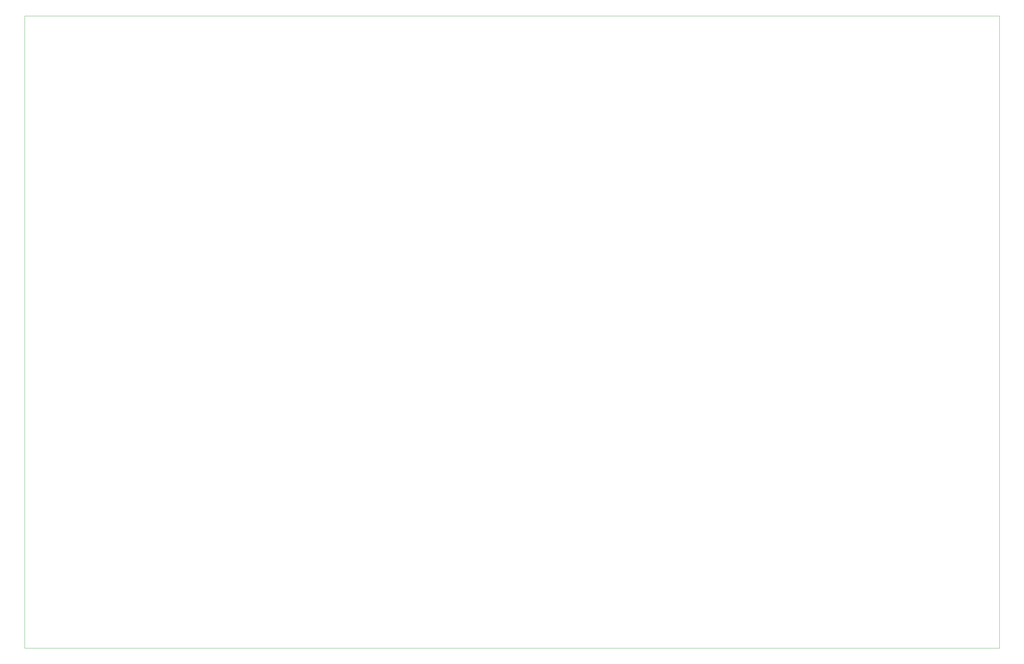
<source format=gm1>
%TF.GenerationSoftware,KiCad,Pcbnew,(6.0.4)*%
%TF.CreationDate,2022-05-27T00:32:28-07:00*%
%TF.ProjectId,bot_L,626f745f-4c2e-46b6-9963-61645f706362,rev?*%
%TF.SameCoordinates,Original*%
%TF.FileFunction,Profile,NP*%
%FSLAX46Y46*%
G04 Gerber Fmt 4.6, Leading zero omitted, Abs format (unit mm)*
G04 Created by KiCad (PCBNEW (6.0.4)) date 2022-05-27 00:32:28*
%MOMM*%
%LPD*%
G01*
G04 APERTURE LIST*
%TA.AperFunction,Profile*%
%ADD10C,0.100000*%
%TD*%
G04 APERTURE END LIST*
D10*
X20000000Y-205000000D02*
X305000000Y-205000000D01*
X20000000Y-20000000D02*
X20000000Y-205000000D01*
X305000000Y-205000000D02*
X305000000Y-20000000D01*
X305000000Y-20000000D02*
X20000000Y-20000000D01*
M02*

</source>
